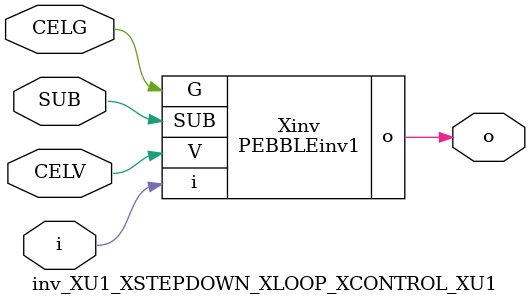
<source format=v>



module PEBBLEinv1 ( o, G, SUB, V, i );

  input V;
  input i;
  input G;
  output o;
  input SUB;
endmodule

//Celera Confidential Do Not Copy inv_XU1_XSTEPDOWN_XLOOP_XCONTROL_XU1
//Celera Confidential Symbol Generator
//5V Inverter
module inv_XU1_XSTEPDOWN_XLOOP_XCONTROL_XU1 (CELV,CELG,i,o,SUB);
input CELV;
input CELG;
input i;
input SUB;
output o;

//Celera Confidential Do Not Copy inv
PEBBLEinv1 Xinv(
.V (CELV),
.i (i),
.o (o),
.SUB (SUB),
.G (CELG)
);
//,diesize,PEBBLEinv1

//Celera Confidential Do Not Copy Module End
//Celera Schematic Generator
endmodule

</source>
